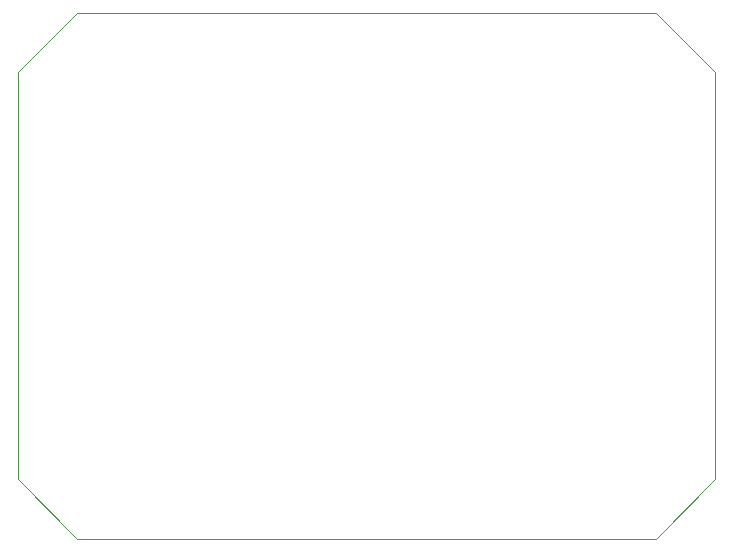
<source format=gbr>
G04 #@! TF.GenerationSoftware,KiCad,Pcbnew,(5.1.4)-1*
G04 #@! TF.CreationDate,2019-11-22T12:20:50+01:00*
G04 #@! TF.ProjectId,PacketVis,5061636b-6574-4566-9973-2e6b69636164,A01*
G04 #@! TF.SameCoordinates,Original*
G04 #@! TF.FileFunction,Profile,NP*
%FSLAX46Y46*%
G04 Gerber Fmt 4.6, Leading zero omitted, Abs format (unit mm)*
G04 Created by KiCad (PCBNEW (5.1.4)-1) date 2019-11-22 12:20:50*
%MOMM*%
%LPD*%
G04 APERTURE LIST*
%ADD10C,0.050000*%
G04 APERTURE END LIST*
D10*
X182180000Y-79000000D02*
X187180000Y-74000000D01*
X187180000Y-118500000D02*
X182180000Y-113500000D01*
X236180000Y-118500000D02*
X241180000Y-113500000D01*
X236180000Y-74000000D02*
X241180000Y-79000000D01*
X182180000Y-79000000D02*
X182180000Y-113500000D01*
X236180000Y-74000000D02*
X187180000Y-74000000D01*
X241180000Y-113500000D02*
X241180000Y-79000000D01*
X187180000Y-118500000D02*
X236180000Y-118500000D01*
M02*

</source>
